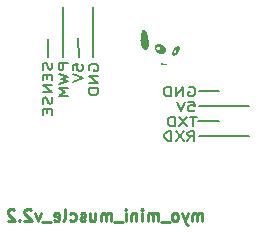
<source format=gbr>
G04 #@! TF.GenerationSoftware,KiCad,Pcbnew,5.0.2-bee76a0~70~ubuntu18.04.1*
G04 #@! TF.CreationDate,2020-01-02T20:25:09+01:00*
G04 #@! TF.ProjectId,roboy_sno,726f626f-795f-4736-9e6f-2e6b69636164,rev?*
G04 #@! TF.SameCoordinates,Original*
G04 #@! TF.FileFunction,Legend,Bot*
G04 #@! TF.FilePolarity,Positive*
%FSLAX46Y46*%
G04 Gerber Fmt 4.6, Leading zero omitted, Abs format (unit mm)*
G04 Created by KiCad (PCBNEW 5.0.2-bee76a0~70~ubuntu18.04.1) date Do 02 Jan 2020 20:25:09 CET*
%MOMM*%
%LPD*%
G01*
G04 APERTURE LIST*
%ADD10C,0.200000*%
%ADD11C,0.250000*%
%ADD12C,0.010000*%
%ADD13C,0.060000*%
G04 APERTURE END LIST*
D10*
X123691904Y-126505238D02*
X122891904Y-126505238D01*
X122891904Y-126886190D01*
X122930000Y-126981428D01*
X122968095Y-127029047D01*
X123044285Y-127076666D01*
X123158571Y-127076666D01*
X123234761Y-127029047D01*
X123272857Y-126981428D01*
X123310952Y-126886190D01*
X123310952Y-126505238D01*
X122891904Y-127410000D02*
X123691904Y-127648095D01*
X123120476Y-127838571D01*
X123691904Y-128029047D01*
X122891904Y-128267142D01*
X123691904Y-128648095D02*
X122891904Y-128648095D01*
X123463333Y-128981428D01*
X122891904Y-129314761D01*
X123691904Y-129314761D01*
X122323809Y-126469523D02*
X122361904Y-126612380D01*
X122361904Y-126850476D01*
X122323809Y-126945714D01*
X122285714Y-126993333D01*
X122209523Y-127040952D01*
X122133333Y-127040952D01*
X122057142Y-126993333D01*
X122019047Y-126945714D01*
X121980952Y-126850476D01*
X121942857Y-126660000D01*
X121904761Y-126564761D01*
X121866666Y-126517142D01*
X121790476Y-126469523D01*
X121714285Y-126469523D01*
X121638095Y-126517142D01*
X121600000Y-126564761D01*
X121561904Y-126660000D01*
X121561904Y-126898095D01*
X121600000Y-127040952D01*
X121942857Y-127469523D02*
X121942857Y-127802857D01*
X122361904Y-127945714D02*
X122361904Y-127469523D01*
X121561904Y-127469523D01*
X121561904Y-127945714D01*
X122361904Y-128374285D02*
X121561904Y-128374285D01*
X122361904Y-128945714D01*
X121561904Y-128945714D01*
X122323809Y-129374285D02*
X122361904Y-129517142D01*
X122361904Y-129755238D01*
X122323809Y-129850476D01*
X122285714Y-129898095D01*
X122209523Y-129945714D01*
X122133333Y-129945714D01*
X122057142Y-129898095D01*
X122019047Y-129850476D01*
X121980952Y-129755238D01*
X121942857Y-129564761D01*
X121904761Y-129469523D01*
X121866666Y-129421904D01*
X121790476Y-129374285D01*
X121714285Y-129374285D01*
X121638095Y-129421904D01*
X121600000Y-129469523D01*
X121561904Y-129564761D01*
X121561904Y-129802857D01*
X121600000Y-129945714D01*
X121942857Y-130374285D02*
X121942857Y-130707619D01*
X122361904Y-130850476D02*
X122361904Y-130374285D01*
X121561904Y-130374285D01*
X121561904Y-130850476D01*
X122000000Y-124440000D02*
X122030000Y-126020000D01*
X123280000Y-121770000D02*
X123280000Y-126020000D01*
X124151904Y-127109523D02*
X124151904Y-126633333D01*
X124532857Y-126585714D01*
X124494761Y-126633333D01*
X124456666Y-126728571D01*
X124456666Y-126966666D01*
X124494761Y-127061904D01*
X124532857Y-127109523D01*
X124609047Y-127157142D01*
X124799523Y-127157142D01*
X124875714Y-127109523D01*
X124913809Y-127061904D01*
X124951904Y-126966666D01*
X124951904Y-126728571D01*
X124913809Y-126633333D01*
X124875714Y-126585714D01*
X124151904Y-127442857D02*
X124951904Y-127776190D01*
X124151904Y-128109523D01*
X125490000Y-127118095D02*
X125451904Y-127022857D01*
X125451904Y-126880000D01*
X125490000Y-126737142D01*
X125566190Y-126641904D01*
X125642380Y-126594285D01*
X125794761Y-126546666D01*
X125909047Y-126546666D01*
X126061428Y-126594285D01*
X126137619Y-126641904D01*
X126213809Y-126737142D01*
X126251904Y-126880000D01*
X126251904Y-126975238D01*
X126213809Y-127118095D01*
X126175714Y-127165714D01*
X125909047Y-127165714D01*
X125909047Y-126975238D01*
X126251904Y-127594285D02*
X125451904Y-127594285D01*
X126251904Y-128165714D01*
X125451904Y-128165714D01*
X126251904Y-128641904D02*
X125451904Y-128641904D01*
X125451904Y-128880000D01*
X125490000Y-129022857D01*
X125566190Y-129118095D01*
X125642380Y-129165714D01*
X125794761Y-129213333D01*
X125909047Y-129213333D01*
X126061428Y-129165714D01*
X126137619Y-129118095D01*
X126213809Y-129022857D01*
X126251904Y-128880000D01*
X126251904Y-128641904D01*
X125840000Y-121740000D02*
X125840000Y-125990000D01*
X124560000Y-124410000D02*
X124590000Y-125990000D01*
X139010000Y-132670000D02*
X134760000Y-132670000D01*
X136500000Y-131390000D02*
X134740000Y-131390000D01*
X139020000Y-130130000D02*
X134770000Y-130130000D01*
X136470000Y-128860000D02*
X134780000Y-128850000D01*
D11*
X135054285Y-139872380D02*
X135054285Y-139205714D01*
X135054285Y-139300952D02*
X135006666Y-139253333D01*
X134911428Y-139205714D01*
X134768571Y-139205714D01*
X134673333Y-139253333D01*
X134625714Y-139348571D01*
X134625714Y-139872380D01*
X134625714Y-139348571D02*
X134578095Y-139253333D01*
X134482857Y-139205714D01*
X134340000Y-139205714D01*
X134244761Y-139253333D01*
X134197142Y-139348571D01*
X134197142Y-139872380D01*
X133816190Y-139205714D02*
X133578095Y-139872380D01*
X133340000Y-139205714D02*
X133578095Y-139872380D01*
X133673333Y-140110476D01*
X133720952Y-140158095D01*
X133816190Y-140205714D01*
X132816190Y-139872380D02*
X132911428Y-139824761D01*
X132959047Y-139777142D01*
X133006666Y-139681904D01*
X133006666Y-139396190D01*
X132959047Y-139300952D01*
X132911428Y-139253333D01*
X132816190Y-139205714D01*
X132673333Y-139205714D01*
X132578095Y-139253333D01*
X132530476Y-139300952D01*
X132482857Y-139396190D01*
X132482857Y-139681904D01*
X132530476Y-139777142D01*
X132578095Y-139824761D01*
X132673333Y-139872380D01*
X132816190Y-139872380D01*
X132292380Y-139967619D02*
X131530476Y-139967619D01*
X131292380Y-139872380D02*
X131292380Y-139205714D01*
X131292380Y-139300952D02*
X131244761Y-139253333D01*
X131149523Y-139205714D01*
X131006666Y-139205714D01*
X130911428Y-139253333D01*
X130863809Y-139348571D01*
X130863809Y-139872380D01*
X130863809Y-139348571D02*
X130816190Y-139253333D01*
X130720952Y-139205714D01*
X130578095Y-139205714D01*
X130482857Y-139253333D01*
X130435238Y-139348571D01*
X130435238Y-139872380D01*
X129959047Y-139872380D02*
X129959047Y-139205714D01*
X129959047Y-138872380D02*
X130006666Y-138920000D01*
X129959047Y-138967619D01*
X129911428Y-138920000D01*
X129959047Y-138872380D01*
X129959047Y-138967619D01*
X129482857Y-139205714D02*
X129482857Y-139872380D01*
X129482857Y-139300952D02*
X129435238Y-139253333D01*
X129340000Y-139205714D01*
X129197142Y-139205714D01*
X129101904Y-139253333D01*
X129054285Y-139348571D01*
X129054285Y-139872380D01*
X128578095Y-139872380D02*
X128578095Y-139205714D01*
X128578095Y-138872380D02*
X128625714Y-138920000D01*
X128578095Y-138967619D01*
X128530476Y-138920000D01*
X128578095Y-138872380D01*
X128578095Y-138967619D01*
X128340000Y-139967619D02*
X127578095Y-139967619D01*
X127340000Y-139872380D02*
X127340000Y-139205714D01*
X127340000Y-139300952D02*
X127292380Y-139253333D01*
X127197142Y-139205714D01*
X127054285Y-139205714D01*
X126959047Y-139253333D01*
X126911428Y-139348571D01*
X126911428Y-139872380D01*
X126911428Y-139348571D02*
X126863809Y-139253333D01*
X126768571Y-139205714D01*
X126625714Y-139205714D01*
X126530476Y-139253333D01*
X126482857Y-139348571D01*
X126482857Y-139872380D01*
X125578095Y-139205714D02*
X125578095Y-139872380D01*
X126006666Y-139205714D02*
X126006666Y-139729523D01*
X125959047Y-139824761D01*
X125863809Y-139872380D01*
X125720952Y-139872380D01*
X125625714Y-139824761D01*
X125578095Y-139777142D01*
X125149523Y-139824761D02*
X125054285Y-139872380D01*
X124863809Y-139872380D01*
X124768571Y-139824761D01*
X124720952Y-139729523D01*
X124720952Y-139681904D01*
X124768571Y-139586666D01*
X124863809Y-139539047D01*
X125006666Y-139539047D01*
X125101904Y-139491428D01*
X125149523Y-139396190D01*
X125149523Y-139348571D01*
X125101904Y-139253333D01*
X125006666Y-139205714D01*
X124863809Y-139205714D01*
X124768571Y-139253333D01*
X123863809Y-139824761D02*
X123959047Y-139872380D01*
X124149523Y-139872380D01*
X124244761Y-139824761D01*
X124292380Y-139777142D01*
X124340000Y-139681904D01*
X124340000Y-139396190D01*
X124292380Y-139300952D01*
X124244761Y-139253333D01*
X124149523Y-139205714D01*
X123959047Y-139205714D01*
X123863809Y-139253333D01*
X123292380Y-139872380D02*
X123387619Y-139824761D01*
X123435238Y-139729523D01*
X123435238Y-138872380D01*
X122530476Y-139824761D02*
X122625714Y-139872380D01*
X122816190Y-139872380D01*
X122911428Y-139824761D01*
X122959047Y-139729523D01*
X122959047Y-139348571D01*
X122911428Y-139253333D01*
X122816190Y-139205714D01*
X122625714Y-139205714D01*
X122530476Y-139253333D01*
X122482857Y-139348571D01*
X122482857Y-139443809D01*
X122959047Y-139539047D01*
X122292380Y-139967619D02*
X121530476Y-139967619D01*
X121387619Y-139205714D02*
X121149523Y-139872380D01*
X120911428Y-139205714D01*
X120578095Y-138967619D02*
X120530476Y-138920000D01*
X120435238Y-138872380D01*
X120197142Y-138872380D01*
X120101904Y-138920000D01*
X120054285Y-138967619D01*
X120006666Y-139062857D01*
X120006666Y-139158095D01*
X120054285Y-139300952D01*
X120625714Y-139872380D01*
X120006666Y-139872380D01*
X119578095Y-139777142D02*
X119530476Y-139824761D01*
X119578095Y-139872380D01*
X119625714Y-139824761D01*
X119578095Y-139777142D01*
X119578095Y-139872380D01*
X119149523Y-138967619D02*
X119101904Y-138920000D01*
X119006666Y-138872380D01*
X118768571Y-138872380D01*
X118673333Y-138920000D01*
X118625714Y-138967619D01*
X118578095Y-139062857D01*
X118578095Y-139158095D01*
X118625714Y-139300952D01*
X119197142Y-139872380D01*
X118578095Y-139872380D01*
D10*
X133806666Y-133061904D02*
X134140000Y-132680952D01*
X134378095Y-133061904D02*
X134378095Y-132261904D01*
X133997142Y-132261904D01*
X133901904Y-132300000D01*
X133854285Y-132338095D01*
X133806666Y-132414285D01*
X133806666Y-132528571D01*
X133854285Y-132604761D01*
X133901904Y-132642857D01*
X133997142Y-132680952D01*
X134378095Y-132680952D01*
X133473333Y-132261904D02*
X132806666Y-133061904D01*
X132806666Y-132261904D02*
X133473333Y-133061904D01*
X132425714Y-133061904D02*
X132425714Y-132261904D01*
X132187619Y-132261904D01*
X132044761Y-132300000D01*
X131949523Y-132376190D01*
X131901904Y-132452380D01*
X131854285Y-132604761D01*
X131854285Y-132719047D01*
X131901904Y-132871428D01*
X131949523Y-132947619D01*
X132044761Y-133023809D01*
X132187619Y-133061904D01*
X132425714Y-133061904D01*
X134581904Y-131051904D02*
X134010476Y-131051904D01*
X134296190Y-131851904D02*
X134296190Y-131051904D01*
X133772380Y-131051904D02*
X133105714Y-131851904D01*
X133105714Y-131051904D02*
X133772380Y-131851904D01*
X132724761Y-131851904D02*
X132724761Y-131051904D01*
X132486666Y-131051904D01*
X132343809Y-131090000D01*
X132248571Y-131166190D01*
X132200952Y-131242380D01*
X132153333Y-131394761D01*
X132153333Y-131509047D01*
X132200952Y-131661428D01*
X132248571Y-131737619D01*
X132343809Y-131813809D01*
X132486666Y-131851904D01*
X132724761Y-131851904D01*
X133901904Y-128530000D02*
X133997142Y-128491904D01*
X134140000Y-128491904D01*
X134282857Y-128530000D01*
X134378095Y-128606190D01*
X134425714Y-128682380D01*
X134473333Y-128834761D01*
X134473333Y-128949047D01*
X134425714Y-129101428D01*
X134378095Y-129177619D01*
X134282857Y-129253809D01*
X134140000Y-129291904D01*
X134044761Y-129291904D01*
X133901904Y-129253809D01*
X133854285Y-129215714D01*
X133854285Y-128949047D01*
X134044761Y-128949047D01*
X133425714Y-129291904D02*
X133425714Y-128491904D01*
X132854285Y-129291904D01*
X132854285Y-128491904D01*
X132378095Y-129291904D02*
X132378095Y-128491904D01*
X132140000Y-128491904D01*
X131997142Y-128530000D01*
X131901904Y-128606190D01*
X131854285Y-128682380D01*
X131806666Y-128834761D01*
X131806666Y-128949047D01*
X131854285Y-129101428D01*
X131901904Y-129177619D01*
X131997142Y-129253809D01*
X132140000Y-129291904D01*
X132378095Y-129291904D01*
X133890476Y-129781904D02*
X134366666Y-129781904D01*
X134414285Y-130162857D01*
X134366666Y-130124761D01*
X134271428Y-130086666D01*
X134033333Y-130086666D01*
X133938095Y-130124761D01*
X133890476Y-130162857D01*
X133842857Y-130239047D01*
X133842857Y-130429523D01*
X133890476Y-130505714D01*
X133938095Y-130543809D01*
X134033333Y-130581904D01*
X134271428Y-130581904D01*
X134366666Y-130543809D01*
X134414285Y-130505714D01*
X133557142Y-129781904D02*
X133223809Y-130581904D01*
X132890476Y-129781904D01*
D12*
G04 #@! TO.C,H3*
G36*
X130058956Y-123717677D02*
X130038809Y-123719904D01*
X130021294Y-123723503D01*
X130005969Y-123729247D01*
X129992391Y-123737910D01*
X129980118Y-123750263D01*
X129968707Y-123767079D01*
X129957717Y-123789132D01*
X129946704Y-123817194D01*
X129935226Y-123852038D01*
X129922841Y-123894437D01*
X129909107Y-123945164D01*
X129893580Y-124004991D01*
X129892858Y-124007806D01*
X129875651Y-124080413D01*
X129861617Y-124152215D01*
X129850468Y-124225382D01*
X129841919Y-124302089D01*
X129835683Y-124384508D01*
X129831548Y-124472699D01*
X129830440Y-124506344D01*
X129829935Y-124532464D01*
X129830224Y-124553688D01*
X129831499Y-124572642D01*
X129833949Y-124591953D01*
X129837766Y-124614248D01*
X129843141Y-124642156D01*
X129844285Y-124647959D01*
X129860766Y-124726650D01*
X129878292Y-124801345D01*
X129896611Y-124871278D01*
X129915470Y-124935680D01*
X129934616Y-124993784D01*
X129953798Y-125044821D01*
X129972763Y-125088024D01*
X129991257Y-125122625D01*
X130008500Y-125147232D01*
X130019204Y-125160688D01*
X130033480Y-125179656D01*
X130049182Y-125201250D01*
X130059670Y-125216091D01*
X130085171Y-125250214D01*
X130108935Y-125277140D01*
X130130235Y-125296123D01*
X130147334Y-125306045D01*
X130159309Y-125308637D01*
X130177008Y-125310297D01*
X130191518Y-125310651D01*
X130208108Y-125309805D01*
X130223388Y-125306963D01*
X130240411Y-125301242D01*
X130262228Y-125291757D01*
X130271197Y-125287557D01*
X130293965Y-125275833D01*
X130315451Y-125263120D01*
X130332505Y-125251357D01*
X130338958Y-125245894D01*
X130361859Y-125217649D01*
X130381929Y-125179822D01*
X130399185Y-125132359D01*
X130413650Y-125075208D01*
X130422198Y-125028959D01*
X130424715Y-125011703D01*
X130426735Y-124993526D01*
X130428309Y-124973113D01*
X130429485Y-124949147D01*
X130430314Y-124920314D01*
X130430845Y-124885298D01*
X130431128Y-124842783D01*
X130431212Y-124791455D01*
X130431212Y-124790199D01*
X130431089Y-124733717D01*
X130430643Y-124685370D01*
X130429754Y-124643131D01*
X130428300Y-124604976D01*
X130426160Y-124568881D01*
X130423215Y-124532821D01*
X130419343Y-124494772D01*
X130414423Y-124452708D01*
X130408334Y-124404606D01*
X130408089Y-124402717D01*
X130399031Y-124345693D01*
X130386181Y-124283238D01*
X130370126Y-124217240D01*
X130351451Y-124149587D01*
X130330744Y-124082166D01*
X130308592Y-124016866D01*
X130285580Y-123955574D01*
X130262295Y-123900178D01*
X130239325Y-123852565D01*
X130234127Y-123842876D01*
X130206260Y-123798774D01*
X130175174Y-123761456D01*
X130174569Y-123760835D01*
X130151777Y-123739558D01*
X130131089Y-123725841D01*
X130109394Y-123718522D01*
X130083582Y-123716441D01*
X130058956Y-123717677D01*
X130058956Y-123717677D01*
G37*
X130058956Y-123717677D02*
X130038809Y-123719904D01*
X130021294Y-123723503D01*
X130005969Y-123729247D01*
X129992391Y-123737910D01*
X129980118Y-123750263D01*
X129968707Y-123767079D01*
X129957717Y-123789132D01*
X129946704Y-123817194D01*
X129935226Y-123852038D01*
X129922841Y-123894437D01*
X129909107Y-123945164D01*
X129893580Y-124004991D01*
X129892858Y-124007806D01*
X129875651Y-124080413D01*
X129861617Y-124152215D01*
X129850468Y-124225382D01*
X129841919Y-124302089D01*
X129835683Y-124384508D01*
X129831548Y-124472699D01*
X129830440Y-124506344D01*
X129829935Y-124532464D01*
X129830224Y-124553688D01*
X129831499Y-124572642D01*
X129833949Y-124591953D01*
X129837766Y-124614248D01*
X129843141Y-124642156D01*
X129844285Y-124647959D01*
X129860766Y-124726650D01*
X129878292Y-124801345D01*
X129896611Y-124871278D01*
X129915470Y-124935680D01*
X129934616Y-124993784D01*
X129953798Y-125044821D01*
X129972763Y-125088024D01*
X129991257Y-125122625D01*
X130008500Y-125147232D01*
X130019204Y-125160688D01*
X130033480Y-125179656D01*
X130049182Y-125201250D01*
X130059670Y-125216091D01*
X130085171Y-125250214D01*
X130108935Y-125277140D01*
X130130235Y-125296123D01*
X130147334Y-125306045D01*
X130159309Y-125308637D01*
X130177008Y-125310297D01*
X130191518Y-125310651D01*
X130208108Y-125309805D01*
X130223388Y-125306963D01*
X130240411Y-125301242D01*
X130262228Y-125291757D01*
X130271197Y-125287557D01*
X130293965Y-125275833D01*
X130315451Y-125263120D01*
X130332505Y-125251357D01*
X130338958Y-125245894D01*
X130361859Y-125217649D01*
X130381929Y-125179822D01*
X130399185Y-125132359D01*
X130413650Y-125075208D01*
X130422198Y-125028959D01*
X130424715Y-125011703D01*
X130426735Y-124993526D01*
X130428309Y-124973113D01*
X130429485Y-124949147D01*
X130430314Y-124920314D01*
X130430845Y-124885298D01*
X130431128Y-124842783D01*
X130431212Y-124791455D01*
X130431212Y-124790199D01*
X130431089Y-124733717D01*
X130430643Y-124685370D01*
X130429754Y-124643131D01*
X130428300Y-124604976D01*
X130426160Y-124568881D01*
X130423215Y-124532821D01*
X130419343Y-124494772D01*
X130414423Y-124452708D01*
X130408334Y-124404606D01*
X130408089Y-124402717D01*
X130399031Y-124345693D01*
X130386181Y-124283238D01*
X130370126Y-124217240D01*
X130351451Y-124149587D01*
X130330744Y-124082166D01*
X130308592Y-124016866D01*
X130285580Y-123955574D01*
X130262295Y-123900178D01*
X130239325Y-123852565D01*
X130234127Y-123842876D01*
X130206260Y-123798774D01*
X130175174Y-123761456D01*
X130174569Y-123760835D01*
X130151777Y-123739558D01*
X130131089Y-123725841D01*
X130109394Y-123718522D01*
X130083582Y-123716441D01*
X130058956Y-123717677D01*
G04 #@! TO.C,H4*
G36*
X131318734Y-124889716D02*
X131280894Y-124893005D01*
X131260398Y-124896836D01*
X131208767Y-124913813D01*
X131164097Y-124937593D01*
X131126511Y-124967466D01*
X131096133Y-125002720D01*
X131073086Y-125042642D01*
X131057496Y-125086522D01*
X131049485Y-125133647D01*
X131049177Y-125183305D01*
X131056696Y-125234785D01*
X131072167Y-125287375D01*
X131095712Y-125340363D01*
X131127456Y-125393038D01*
X131165488Y-125442337D01*
X131215133Y-125493445D01*
X131270123Y-125538194D01*
X131329294Y-125576081D01*
X131391479Y-125606605D01*
X131455512Y-125629264D01*
X131520228Y-125643556D01*
X131584462Y-125648980D01*
X131638939Y-125646108D01*
X131693764Y-125635046D01*
X131742860Y-125615975D01*
X131785786Y-125589087D01*
X131804270Y-125573272D01*
X131836017Y-125539375D01*
X131859157Y-125504901D01*
X131875039Y-125467259D01*
X131885016Y-125423855D01*
X131886171Y-125416084D01*
X131888731Y-125361694D01*
X131881871Y-125306630D01*
X131866223Y-125251691D01*
X131852882Y-125221414D01*
X131487993Y-125221414D01*
X131485612Y-125243051D01*
X131472651Y-125287243D01*
X131451468Y-125326596D01*
X131422959Y-125360061D01*
X131388020Y-125386592D01*
X131347547Y-125405143D01*
X131346704Y-125405420D01*
X131326746Y-125409399D01*
X131299696Y-125411091D01*
X131281473Y-125410915D01*
X131257219Y-125409510D01*
X131238833Y-125406573D01*
X131222035Y-125401115D01*
X131204467Y-125393094D01*
X131167478Y-125369727D01*
X131136875Y-125339887D01*
X131113403Y-125304987D01*
X131097808Y-125266443D01*
X131090835Y-125225667D01*
X131093232Y-125184073D01*
X131093487Y-125182661D01*
X131106191Y-125140763D01*
X131127513Y-125102377D01*
X131156172Y-125069154D01*
X131190887Y-125042745D01*
X131209712Y-125032797D01*
X131239639Y-125023289D01*
X131274761Y-125018725D01*
X131311367Y-125019164D01*
X131345744Y-125024663D01*
X131363626Y-125030365D01*
X131398774Y-125049425D01*
X131429466Y-125075883D01*
X131454717Y-125108026D01*
X131473544Y-125144138D01*
X131484964Y-125182506D01*
X131487993Y-125221414D01*
X131852882Y-125221414D01*
X131842421Y-125197675D01*
X131811096Y-125145380D01*
X131772883Y-125095605D01*
X131728412Y-125049146D01*
X131678317Y-125006803D01*
X131623231Y-124969373D01*
X131563787Y-124937655D01*
X131500616Y-124912446D01*
X131482271Y-124906640D01*
X131445894Y-124898177D01*
X131404400Y-124892442D01*
X131360958Y-124889575D01*
X131318734Y-124889716D01*
X131318734Y-124889716D01*
G37*
X131318734Y-124889716D02*
X131280894Y-124893005D01*
X131260398Y-124896836D01*
X131208767Y-124913813D01*
X131164097Y-124937593D01*
X131126511Y-124967466D01*
X131096133Y-125002720D01*
X131073086Y-125042642D01*
X131057496Y-125086522D01*
X131049485Y-125133647D01*
X131049177Y-125183305D01*
X131056696Y-125234785D01*
X131072167Y-125287375D01*
X131095712Y-125340363D01*
X131127456Y-125393038D01*
X131165488Y-125442337D01*
X131215133Y-125493445D01*
X131270123Y-125538194D01*
X131329294Y-125576081D01*
X131391479Y-125606605D01*
X131455512Y-125629264D01*
X131520228Y-125643556D01*
X131584462Y-125648980D01*
X131638939Y-125646108D01*
X131693764Y-125635046D01*
X131742860Y-125615975D01*
X131785786Y-125589087D01*
X131804270Y-125573272D01*
X131836017Y-125539375D01*
X131859157Y-125504901D01*
X131875039Y-125467259D01*
X131885016Y-125423855D01*
X131886171Y-125416084D01*
X131888731Y-125361694D01*
X131881871Y-125306630D01*
X131866223Y-125251691D01*
X131852882Y-125221414D01*
X131487993Y-125221414D01*
X131485612Y-125243051D01*
X131472651Y-125287243D01*
X131451468Y-125326596D01*
X131422959Y-125360061D01*
X131388020Y-125386592D01*
X131347547Y-125405143D01*
X131346704Y-125405420D01*
X131326746Y-125409399D01*
X131299696Y-125411091D01*
X131281473Y-125410915D01*
X131257219Y-125409510D01*
X131238833Y-125406573D01*
X131222035Y-125401115D01*
X131204467Y-125393094D01*
X131167478Y-125369727D01*
X131136875Y-125339887D01*
X131113403Y-125304987D01*
X131097808Y-125266443D01*
X131090835Y-125225667D01*
X131093232Y-125184073D01*
X131093487Y-125182661D01*
X131106191Y-125140763D01*
X131127513Y-125102377D01*
X131156172Y-125069154D01*
X131190887Y-125042745D01*
X131209712Y-125032797D01*
X131239639Y-125023289D01*
X131274761Y-125018725D01*
X131311367Y-125019164D01*
X131345744Y-125024663D01*
X131363626Y-125030365D01*
X131398774Y-125049425D01*
X131429466Y-125075883D01*
X131454717Y-125108026D01*
X131473544Y-125144138D01*
X131484964Y-125182506D01*
X131487993Y-125221414D01*
X131852882Y-125221414D01*
X131842421Y-125197675D01*
X131811096Y-125145380D01*
X131772883Y-125095605D01*
X131728412Y-125049146D01*
X131678317Y-125006803D01*
X131623231Y-124969373D01*
X131563787Y-124937655D01*
X131500616Y-124912446D01*
X131482271Y-124906640D01*
X131445894Y-124898177D01*
X131404400Y-124892442D01*
X131360958Y-124889575D01*
X131318734Y-124889716D01*
G36*
X132943492Y-125080339D02*
X132925958Y-125082754D01*
X132909278Y-125088015D01*
X132890479Y-125096343D01*
X132840613Y-125124749D01*
X132791129Y-125161965D01*
X132742971Y-125206652D01*
X132697080Y-125257475D01*
X132654400Y-125313097D01*
X132615872Y-125372183D01*
X132582440Y-125433395D01*
X132555045Y-125495398D01*
X132534631Y-125556856D01*
X132522139Y-125616431D01*
X132521776Y-125619068D01*
X132519008Y-125662135D01*
X132522701Y-125700196D01*
X132532564Y-125732366D01*
X132548304Y-125757761D01*
X132569632Y-125775495D01*
X132573970Y-125777771D01*
X132601938Y-125786257D01*
X132633748Y-125787520D01*
X132665968Y-125781427D01*
X132666417Y-125781285D01*
X132709954Y-125762996D01*
X132754887Y-125735781D01*
X132800276Y-125700604D01*
X132845181Y-125658426D01*
X132888662Y-125610211D01*
X132929779Y-125556921D01*
X132967592Y-125499518D01*
X133001161Y-125438965D01*
X133001617Y-125438058D01*
X133026976Y-125383784D01*
X133035446Y-125361513D01*
X132881873Y-125361513D01*
X132881614Y-125389254D01*
X132879036Y-125417250D01*
X132874590Y-125440641D01*
X132864750Y-125470804D01*
X132850158Y-125505095D01*
X132832622Y-125539883D01*
X132813949Y-125571535D01*
X132798775Y-125592961D01*
X132767262Y-125628745D01*
X132736005Y-125656834D01*
X132705651Y-125676939D01*
X132676848Y-125688773D01*
X132650244Y-125692048D01*
X132626487Y-125686477D01*
X132611024Y-125676405D01*
X132596390Y-125659938D01*
X132587138Y-125639942D01*
X132582551Y-125614252D01*
X132581755Y-125588255D01*
X132585573Y-125549024D01*
X132595570Y-125508706D01*
X132610892Y-125468390D01*
X132630691Y-125429167D01*
X132654115Y-125392127D01*
X132680313Y-125358360D01*
X132708434Y-125328957D01*
X132737628Y-125305008D01*
X132767044Y-125287603D01*
X132795831Y-125277833D01*
X132823138Y-125276788D01*
X132824636Y-125277014D01*
X132846931Y-125285549D01*
X132865287Y-125302368D01*
X132875352Y-125319625D01*
X132879792Y-125337234D01*
X132881873Y-125361513D01*
X133035446Y-125361513D01*
X133045652Y-125334681D01*
X133058201Y-125288789D01*
X133065177Y-125244148D01*
X133067133Y-125206759D01*
X133067010Y-125181673D01*
X133065801Y-125163719D01*
X133063049Y-125149889D01*
X133058296Y-125137174D01*
X133055714Y-125131690D01*
X133044945Y-125114360D01*
X133031486Y-125098672D01*
X133025686Y-125093590D01*
X133015383Y-125086547D01*
X133005284Y-125082391D01*
X132992218Y-125080382D01*
X132973012Y-125079777D01*
X132966516Y-125079759D01*
X132943492Y-125080339D01*
X132943492Y-125080339D01*
G37*
X132943492Y-125080339D02*
X132925958Y-125082754D01*
X132909278Y-125088015D01*
X132890479Y-125096343D01*
X132840613Y-125124749D01*
X132791129Y-125161965D01*
X132742971Y-125206652D01*
X132697080Y-125257475D01*
X132654400Y-125313097D01*
X132615872Y-125372183D01*
X132582440Y-125433395D01*
X132555045Y-125495398D01*
X132534631Y-125556856D01*
X132522139Y-125616431D01*
X132521776Y-125619068D01*
X132519008Y-125662135D01*
X132522701Y-125700196D01*
X132532564Y-125732366D01*
X132548304Y-125757761D01*
X132569632Y-125775495D01*
X132573970Y-125777771D01*
X132601938Y-125786257D01*
X132633748Y-125787520D01*
X132665968Y-125781427D01*
X132666417Y-125781285D01*
X132709954Y-125762996D01*
X132754887Y-125735781D01*
X132800276Y-125700604D01*
X132845181Y-125658426D01*
X132888662Y-125610211D01*
X132929779Y-125556921D01*
X132967592Y-125499518D01*
X133001161Y-125438965D01*
X133001617Y-125438058D01*
X133026976Y-125383784D01*
X133035446Y-125361513D01*
X132881873Y-125361513D01*
X132881614Y-125389254D01*
X132879036Y-125417250D01*
X132874590Y-125440641D01*
X132864750Y-125470804D01*
X132850158Y-125505095D01*
X132832622Y-125539883D01*
X132813949Y-125571535D01*
X132798775Y-125592961D01*
X132767262Y-125628745D01*
X132736005Y-125656834D01*
X132705651Y-125676939D01*
X132676848Y-125688773D01*
X132650244Y-125692048D01*
X132626487Y-125686477D01*
X132611024Y-125676405D01*
X132596390Y-125659938D01*
X132587138Y-125639942D01*
X132582551Y-125614252D01*
X132581755Y-125588255D01*
X132585573Y-125549024D01*
X132595570Y-125508706D01*
X132610892Y-125468390D01*
X132630691Y-125429167D01*
X132654115Y-125392127D01*
X132680313Y-125358360D01*
X132708434Y-125328957D01*
X132737628Y-125305008D01*
X132767044Y-125287603D01*
X132795831Y-125277833D01*
X132823138Y-125276788D01*
X132824636Y-125277014D01*
X132846931Y-125285549D01*
X132865287Y-125302368D01*
X132875352Y-125319625D01*
X132879792Y-125337234D01*
X132881873Y-125361513D01*
X133035446Y-125361513D01*
X133045652Y-125334681D01*
X133058201Y-125288789D01*
X133065177Y-125244148D01*
X133067133Y-125206759D01*
X133067010Y-125181673D01*
X133065801Y-125163719D01*
X133063049Y-125149889D01*
X133058296Y-125137174D01*
X133055714Y-125131690D01*
X133044945Y-125114360D01*
X133031486Y-125098672D01*
X133025686Y-125093590D01*
X133015383Y-125086547D01*
X133005284Y-125082391D01*
X132992218Y-125080382D01*
X132973012Y-125079777D01*
X132966516Y-125079759D01*
X132943492Y-125080339D01*
D13*
G36*
X131612465Y-126519769D02*
X131608273Y-126525177D01*
X131607315Y-126533373D01*
X131611733Y-126538793D01*
X131623782Y-126546649D01*
X131641502Y-126556032D01*
X131662932Y-126566029D01*
X131686111Y-126575730D01*
X131709079Y-126584223D01*
X131729875Y-126590598D01*
X131731240Y-126590952D01*
X131774301Y-126598425D01*
X131822796Y-126600799D01*
X131873372Y-126598077D01*
X131919657Y-126590904D01*
X131946957Y-126585125D01*
X131965848Y-126580912D01*
X131977871Y-126577779D01*
X131984569Y-126575241D01*
X131987484Y-126572815D01*
X131988158Y-126570015D01*
X131988160Y-126569372D01*
X131987131Y-126561666D01*
X131983259Y-126557023D01*
X131975017Y-126555308D01*
X131960881Y-126556388D01*
X131939325Y-126560129D01*
X131922197Y-126563596D01*
X131863235Y-126573048D01*
X131809769Y-126575380D01*
X131759845Y-126570381D01*
X131711511Y-126557840D01*
X131662815Y-126537548D01*
X131657936Y-126535127D01*
X131635950Y-126524697D01*
X131621242Y-126519593D01*
X131612465Y-126519769D01*
X131612465Y-126519769D01*
G37*
X131612465Y-126519769D02*
X131608273Y-126525177D01*
X131607315Y-126533373D01*
X131611733Y-126538793D01*
X131623782Y-126546649D01*
X131641502Y-126556032D01*
X131662932Y-126566029D01*
X131686111Y-126575730D01*
X131709079Y-126584223D01*
X131729875Y-126590598D01*
X131731240Y-126590952D01*
X131774301Y-126598425D01*
X131822796Y-126600799D01*
X131873372Y-126598077D01*
X131919657Y-126590904D01*
X131946957Y-126585125D01*
X131965848Y-126580912D01*
X131977871Y-126577779D01*
X131984569Y-126575241D01*
X131987484Y-126572815D01*
X131988158Y-126570015D01*
X131988160Y-126569372D01*
X131987131Y-126561666D01*
X131983259Y-126557023D01*
X131975017Y-126555308D01*
X131960881Y-126556388D01*
X131939325Y-126560129D01*
X131922197Y-126563596D01*
X131863235Y-126573048D01*
X131809769Y-126575380D01*
X131759845Y-126570381D01*
X131711511Y-126557840D01*
X131662815Y-126537548D01*
X131657936Y-126535127D01*
X131635950Y-126524697D01*
X131621242Y-126519593D01*
X131612465Y-126519769D01*
G04 #@! TD*
M02*

</source>
